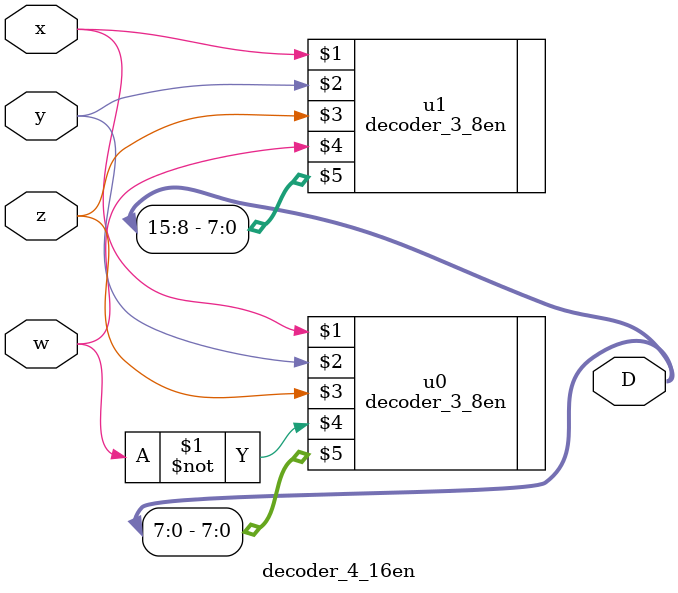
<source format=v>
module decoder_4_16en(x, y, w, z, D);
input x, y, z, w;
output [15:0] D;

decoder_3_8en u0 (x, y, z, ~w, D[7:0]);
decoder_3_8en u1 (x, y, z, w, D[15:8]);

endmodule
</source>
